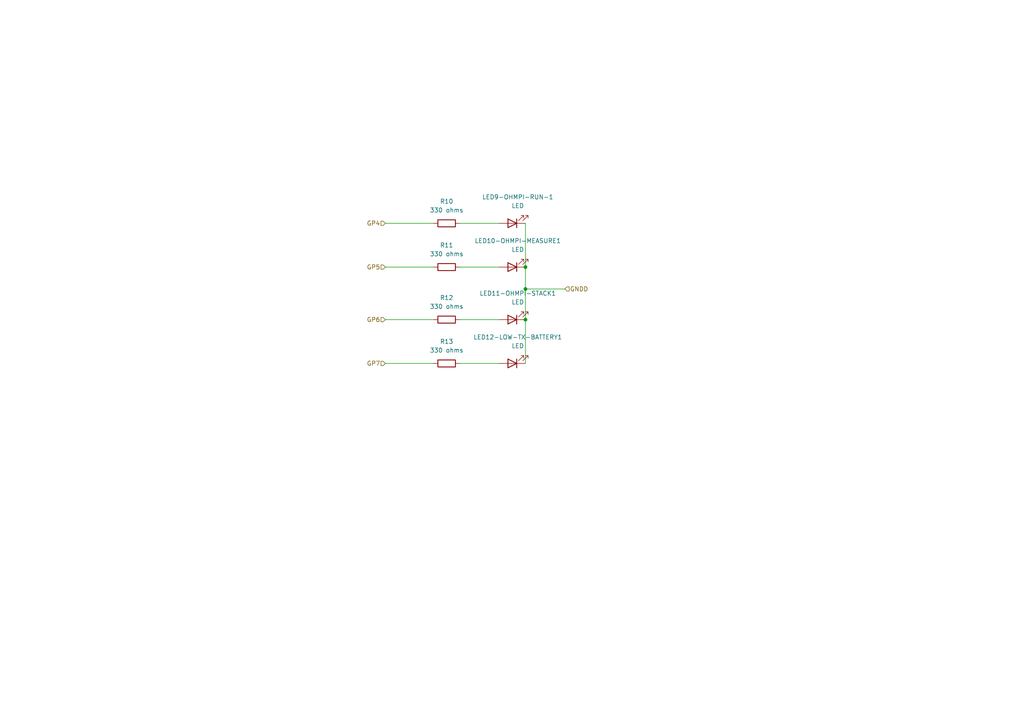
<source format=kicad_sch>
(kicad_sch (version 20230121) (generator eeschema)
  (paper "A4")
  (lib_symbols
    (symbol "Device:LED" (pin_numbers hide) (pin_names (offset 1.016) hide)
      (property "Reference" "D" (at 0 2.54 0))
      (property "Value" "LED" (at 0 -2.54 0))
      (symbol "LED_0_1"
        (polyline (pts (xy -1.27 -1.27) (xy -1.27 1.27)) (stroke (width 0.254)))
        (polyline (pts (xy -1.27 0) (xy 1.27 0)))
        (polyline (pts (xy 1.27 -1.27) (xy 1.27 1.27) (xy -1.27 0) (xy 1.27 -1.27)) (stroke (width 0.254)))
        (polyline (pts (xy -3.048 -0.762) (xy -4.572 -2.286) (xy -3.81 -2.286) (xy -4.572 -2.286) (xy -4.572 -1.524)))
        (polyline (pts (xy -1.778 -0.762) (xy -3.302 -2.286) (xy -2.54 -2.286) (xy -3.302 -2.286) (xy -3.302 -1.524)))
      )
      (symbol "LED_1_1"
        (pin passive line (at -3.81 0 0) (length 2.54) (name "K") (number "1"))
        (pin passive line (at 3.81 0 180) (length 2.54) (name "A") (number "2"))
      )
    )
    (symbol "Device:R" (pin_numbers hide) (pin_names (offset 0))
      (property "Reference" "R" (at 2.032 0 90))
      (property "Value" "R" (at 0 0 90))
      (symbol "R_0_1"
        (rectangle (start -1.016 -2.54) (end 1.016 2.54) (stroke (width 0.254)))
      )
      (symbol "R_1_1"
        (pin passive line (at 0 3.81 270) (length 1.27) (name "~") (number "1"))
        (pin passive line (at 0 -3.81 90) (length 1.27) (name "~") (number "2"))
      )
    )
  )
  (junction (at 152.4 77.47))
  (junction (at 152.4 92.71))
  (junction (at 152.4 83.82))
  (wire (pts (xy 133.35 105.41) (xy 144.78 105.41)))
  (wire (pts (xy 111.76 92.71) (xy 125.73 92.71)))
  (wire (pts (xy 111.76 105.41) (xy 125.73 105.41)))
  (wire (pts (xy 133.35 92.71) (xy 144.78 92.71)))
  (wire (pts (xy 152.4 77.47) (xy 152.4 83.82)))
  (wire (pts (xy 152.4 92.71) (xy 152.4 105.41)))
  (wire (pts (xy 133.35 64.77) (xy 144.78 64.77)))
  (wire (pts (xy 152.4 64.77) (xy 152.4 77.47)))
  (wire (pts (xy 111.76 64.77) (xy 125.73 64.77)))
  (wire (pts (xy 111.76 77.47) (xy 125.73 77.47)))
  (wire (pts (xy 152.4 83.82) (xy 152.4 92.71)))
  (wire (pts (xy 152.4 83.82) (xy 163.83 83.82)))
  (wire (pts (xy 133.35 77.47) (xy 144.78 77.47)))
  (hierarchical_label "GNDD" (shape input) (at 163.83 83.82 0))
  (hierarchical_label "GP7" (shape input) (at 111.76 105.41 180))
  (hierarchical_label "GP6" (shape input) (at 111.76 92.71 180))
  (hierarchical_label "GP4" (shape input) (at 111.76 64.77 180))
  (hierarchical_label "GP5" (shape input) (at 111.76 77.47 180))
  (symbol (lib_id "Device:R") (at 129.54 64.77 90) (unit 1)
    (property "Reference" "R10" (at 129.54 58.42 90))
    (property "Value" "330 ohms" (at 129.54 60.96 90))
    (property "Footprint" "Resistor_THT:R_Axial_DIN0207_L6.3mm_D2.5mm_P7.62mm_Horizontal" (effects hide))
    (property "Description" "330 ohms resistor" (effects hide))
  )
  (symbol (lib_id "Device:R") (at 129.54 105.41 90) (unit 1)
    (property "Reference" "R13" (at 129.54 99.06 90))
    (property "Value" "330 ohms" (at 129.54 101.6 90))
    (property "Footprint" "Resistor_THT:R_Axial_DIN0207_L6.3mm_D2.5mm_P7.62mm_Horizontal" (effects hide))
    (property "Description" "330 ohms resistor" (effects hide))
  )
  (symbol (lib_id "Device:LED") (at 148.59 64.77 180) (unit 1)
    (property "Reference" "LED9-OHMPI-RUN-1" (at 150.1775 57.15 0))
    (property "Value" "LED" (at 150.1775 59.69 0))
    (property "Footprint" "LED_THT:LED_D4.0mm" (effects hide))
    (property "Description" "LED" (effects hide))
  )
  (symbol (lib_id "Device:LED") (at 148.59 92.71 180) (unit 1)
    (property "Reference" "LED11-OHMPI-STACK1" (at 150.1775 85.09 0))
    (property "Value" "LED" (at 150.1775 87.63 0))
    (property "Footprint" "LED_THT:LED_D4.0mm" (effects hide))
    (property "Description" "LED" (effects hide))
  )
  (symbol (lib_id "Device:LED") (at 148.59 105.41 180) (unit 1)
    (property "Reference" "LED12-LOW-TX-BATTERY1" (at 150.1775 97.79 0))
    (property "Value" "LED" (at 150.1775 100.33 0))
    (property "Footprint" "LED_THT:LED_D4.0mm" (effects hide))
    (property "Description" "LED" (effects hide))
  )
  (symbol (lib_id "Device:R") (at 129.54 92.71 90) (unit 1)
    (property "Reference" "R12" (at 129.54 86.36 90))
    (property "Value" "330 ohms" (at 129.54 88.9 90))
    (property "Footprint" "Resistor_THT:R_Axial_DIN0207_L6.3mm_D2.5mm_P7.62mm_Horizontal" (effects hide))
    (property "Description" "330 ohms resistor" (effects hide))
  )
  (symbol (lib_id "Device:R") (at 129.54 77.47 90) (unit 1)
    (property "Reference" "R11" (at 129.54 71.12 90))
    (property "Value" "330 ohms" (at 129.54 73.66 90))
    (property "Footprint" "Resistor_THT:R_Axial_DIN0207_L6.3mm_D2.5mm_P7.62mm_Horizontal" (effects hide))
    (property "Description" "330 ohms resistor" (effects hide))
  )
  (symbol (lib_id "Device:LED") (at 148.59 77.47 180) (unit 1)
    (property "Reference" "LED10-OHMPI-MEASURE1" (at 150.1775 69.85 0))
    (property "Value" "LED" (at 150.1775 72.39 0))
    (property "Footprint" "LED_THT:LED_D4.0mm" (effects hide))
    (property "Description" "LED" (effects hide))
  )
)
</source>
